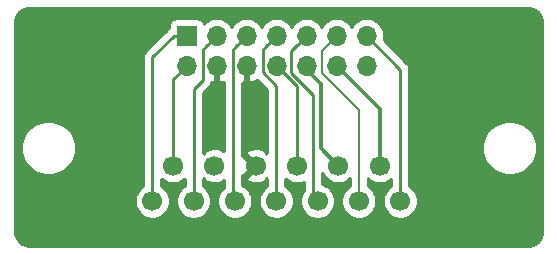
<source format=gbr>
G04 #@! TF.GenerationSoftware,KiCad,Pcbnew,(5.1.4-0-10_14)*
G04 #@! TF.CreationDate,2020-01-20T15:07:35+01:00*
G04 #@! TF.ProjectId,SIOSocket,53494f53-6f63-46b6-9574-2e6b69636164,rev?*
G04 #@! TF.SameCoordinates,Original*
G04 #@! TF.FileFunction,Copper,L2,Bot*
G04 #@! TF.FilePolarity,Positive*
%FSLAX46Y46*%
G04 Gerber Fmt 4.6, Leading zero omitted, Abs format (unit mm)*
G04 Created by KiCad (PCBNEW (5.1.4-0-10_14)) date 2020-01-20 15:07:35*
%MOMM*%
%LPD*%
G04 APERTURE LIST*
%ADD10C,1.700000*%
%ADD11R,1.700000X1.700000*%
%ADD12O,1.700000X1.700000*%
%ADD13C,0.250000*%
%ADD14C,0.200000*%
%ADD15C,0.350000*%
%ADD16C,0.254000*%
G04 APERTURE END LIST*
D10*
X139050000Y-97500000D03*
X142550000Y-97500000D03*
X146050000Y-97500000D03*
X149550000Y-97500000D03*
X153050000Y-97500000D03*
X156550000Y-97500000D03*
X137300000Y-100500000D03*
X140800000Y-100500000D03*
X144300000Y-100500000D03*
X147800000Y-100500000D03*
X151300000Y-100500000D03*
X154800000Y-100500000D03*
X158300000Y-100500000D03*
D11*
X140200000Y-86500000D03*
D12*
X140200000Y-89040000D03*
X142740000Y-86500000D03*
X142740000Y-89040000D03*
X145280000Y-86500000D03*
X145280000Y-89040000D03*
X147820000Y-86500000D03*
X147820000Y-89040000D03*
X150360000Y-86500000D03*
X150360000Y-89040000D03*
X152900000Y-86500000D03*
X152900000Y-89040000D03*
X155440000Y-86500000D03*
X155440000Y-89040000D03*
D13*
X139100000Y-86500000D02*
X140200000Y-86500000D01*
X137300000Y-88300000D02*
X139100000Y-86500000D01*
X137300000Y-100500000D02*
X137300000Y-88300000D01*
X139050000Y-90190000D02*
X140200000Y-89040000D01*
X139050000Y-97500000D02*
X139050000Y-90190000D01*
X141564999Y-90285001D02*
X141564999Y-87675001D01*
X140800000Y-91050000D02*
X141564999Y-90285001D01*
X141890001Y-87349999D02*
X142740000Y-86500000D01*
X141564999Y-87675001D02*
X141890001Y-87349999D01*
X140800000Y-100500000D02*
X140800000Y-91050000D01*
X144430001Y-87349999D02*
X145280000Y-86500000D01*
X144104999Y-87675001D02*
X144430001Y-87349999D01*
X144104999Y-100304999D02*
X144104999Y-87675001D01*
X144300000Y-100500000D02*
X144104999Y-100304999D01*
X146970001Y-87349999D02*
X147820000Y-86500000D01*
X146644999Y-87675001D02*
X146970001Y-87349999D01*
X146644999Y-89604001D02*
X146644999Y-87675001D01*
X147800000Y-90759002D02*
X146644999Y-89604001D01*
X147800000Y-100500000D02*
X147800000Y-90759002D01*
X149550000Y-90770000D02*
X147820000Y-89040000D01*
X149550000Y-97500000D02*
X149550000Y-90770000D01*
X149510001Y-87349999D02*
X150360000Y-86500000D01*
X149084999Y-89652001D02*
X149084999Y-87775001D01*
X151300000Y-100500000D02*
X150950000Y-100150000D01*
X150950000Y-100150000D02*
X150950000Y-91517002D01*
X149084999Y-87775001D02*
X149510001Y-87349999D01*
X150950000Y-91517002D02*
X149084999Y-89652001D01*
D14*
X154800000Y-100500000D02*
X154800000Y-92951000D01*
X151649999Y-89640001D02*
X154800000Y-92790002D01*
X151649999Y-87750001D02*
X151649999Y-89640001D01*
X154800000Y-92790002D02*
X154800000Y-93000000D01*
X152900000Y-86500000D02*
X151649999Y-87750001D01*
D13*
X158300000Y-89360000D02*
X158300000Y-100500000D01*
X155440000Y-86500000D02*
X158300000Y-89360000D01*
D15*
X150360000Y-89410000D02*
X150360000Y-89040000D01*
X153050000Y-97500000D02*
X151550000Y-96000000D01*
X151550000Y-90600000D02*
X150360000Y-89410000D01*
X151550000Y-96000000D02*
X151550000Y-90600000D01*
X156550000Y-92690000D02*
X152900000Y-89040000D01*
X156550000Y-97500000D02*
X156550000Y-92690000D01*
D16*
G36*
X169259659Y-84138625D02*
G01*
X169509429Y-84214035D01*
X169739792Y-84336522D01*
X169941980Y-84501422D01*
X170108286Y-84702450D01*
X170232378Y-84931954D01*
X170309531Y-85181195D01*
X170340000Y-85471089D01*
X170340001Y-99967581D01*
X170340000Y-102967721D01*
X170311375Y-103259660D01*
X170235965Y-103509429D01*
X170113477Y-103739794D01*
X169948579Y-103941979D01*
X169747546Y-104108288D01*
X169518046Y-104232378D01*
X169268805Y-104309531D01*
X168978911Y-104340000D01*
X127032279Y-104340000D01*
X126740340Y-104311375D01*
X126490571Y-104235965D01*
X126260206Y-104113477D01*
X126058021Y-103948579D01*
X125891712Y-103747546D01*
X125767622Y-103518046D01*
X125690469Y-103268805D01*
X125660000Y-102978911D01*
X125660000Y-100353740D01*
X135815000Y-100353740D01*
X135815000Y-100646260D01*
X135872068Y-100933158D01*
X135984010Y-101203411D01*
X136146525Y-101446632D01*
X136353368Y-101653475D01*
X136596589Y-101815990D01*
X136866842Y-101927932D01*
X137153740Y-101985000D01*
X137446260Y-101985000D01*
X137733158Y-101927932D01*
X138003411Y-101815990D01*
X138246632Y-101653475D01*
X138453475Y-101446632D01*
X138615990Y-101203411D01*
X138727932Y-100933158D01*
X138785000Y-100646260D01*
X138785000Y-100353740D01*
X138727932Y-100066842D01*
X138615990Y-99796589D01*
X138453475Y-99553368D01*
X138246632Y-99346525D01*
X138060000Y-99221822D01*
X138060000Y-98610107D01*
X138103368Y-98653475D01*
X138346589Y-98815990D01*
X138616842Y-98927932D01*
X138903740Y-98985000D01*
X139196260Y-98985000D01*
X139483158Y-98927932D01*
X139753411Y-98815990D01*
X139996632Y-98653475D01*
X140040000Y-98610107D01*
X140040000Y-99221821D01*
X139853368Y-99346525D01*
X139646525Y-99553368D01*
X139484010Y-99796589D01*
X139372068Y-100066842D01*
X139315000Y-100353740D01*
X139315000Y-100646260D01*
X139372068Y-100933158D01*
X139484010Y-101203411D01*
X139646525Y-101446632D01*
X139853368Y-101653475D01*
X140096589Y-101815990D01*
X140366842Y-101927932D01*
X140653740Y-101985000D01*
X140946260Y-101985000D01*
X141233158Y-101927932D01*
X141503411Y-101815990D01*
X141746632Y-101653475D01*
X141953475Y-101446632D01*
X142115990Y-101203411D01*
X142227932Y-100933158D01*
X142285000Y-100646260D01*
X142285000Y-100353740D01*
X142227932Y-100066842D01*
X142115990Y-99796589D01*
X141953475Y-99553368D01*
X141746632Y-99346525D01*
X141560000Y-99221822D01*
X141560000Y-98619400D01*
X141585104Y-98644504D01*
X141701209Y-98528399D01*
X141778843Y-98777472D01*
X142042883Y-98903371D01*
X142326411Y-98975339D01*
X142618531Y-98990611D01*
X142908019Y-98948599D01*
X143183747Y-98850919D01*
X143321157Y-98777472D01*
X143344999Y-98700980D01*
X143344999Y-99354894D01*
X143146525Y-99553368D01*
X142984010Y-99796589D01*
X142872068Y-100066842D01*
X142815000Y-100353740D01*
X142815000Y-100646260D01*
X142872068Y-100933158D01*
X142984010Y-101203411D01*
X143146525Y-101446632D01*
X143353368Y-101653475D01*
X143596589Y-101815990D01*
X143866842Y-101927932D01*
X144153740Y-101985000D01*
X144446260Y-101985000D01*
X144733158Y-101927932D01*
X145003411Y-101815990D01*
X145246632Y-101653475D01*
X145453475Y-101446632D01*
X145615990Y-101203411D01*
X145727932Y-100933158D01*
X145785000Y-100646260D01*
X145785000Y-100353740D01*
X145727932Y-100066842D01*
X145615990Y-99796589D01*
X145453475Y-99553368D01*
X145246632Y-99346525D01*
X145003411Y-99184010D01*
X144864999Y-99126678D01*
X144864999Y-98299980D01*
X145021603Y-98348792D01*
X145870395Y-97500000D01*
X145021603Y-96651208D01*
X144864999Y-96700020D01*
X144864999Y-90463850D01*
X144923110Y-90481476D01*
X145153000Y-90360155D01*
X145153000Y-89167000D01*
X145133000Y-89167000D01*
X145133000Y-88913000D01*
X145153000Y-88913000D01*
X145153000Y-88893000D01*
X145407000Y-88893000D01*
X145407000Y-88913000D01*
X145427000Y-88913000D01*
X145427000Y-89167000D01*
X145407000Y-89167000D01*
X145407000Y-90360155D01*
X145636890Y-90481476D01*
X145784099Y-90436825D01*
X146046920Y-90311641D01*
X146179184Y-90212987D01*
X147040001Y-91073805D01*
X147040000Y-96380600D01*
X147014896Y-96355496D01*
X146898791Y-96471601D01*
X146821157Y-96222528D01*
X146557117Y-96096629D01*
X146273589Y-96024661D01*
X145981469Y-96009389D01*
X145691981Y-96051401D01*
X145416253Y-96149081D01*
X145278843Y-96222528D01*
X145201208Y-96471603D01*
X146050000Y-97320395D01*
X146064143Y-97306253D01*
X146243748Y-97485858D01*
X146229605Y-97500000D01*
X146243748Y-97514143D01*
X146064143Y-97693748D01*
X146050000Y-97679605D01*
X145201208Y-98528397D01*
X145278843Y-98777472D01*
X145542883Y-98903371D01*
X145826411Y-98975339D01*
X146118531Y-98990611D01*
X146408019Y-98948599D01*
X146683747Y-98850919D01*
X146821157Y-98777472D01*
X146898791Y-98528399D01*
X147014896Y-98644504D01*
X147040000Y-98619400D01*
X147040000Y-99221821D01*
X146853368Y-99346525D01*
X146646525Y-99553368D01*
X146484010Y-99796589D01*
X146372068Y-100066842D01*
X146315000Y-100353740D01*
X146315000Y-100646260D01*
X146372068Y-100933158D01*
X146484010Y-101203411D01*
X146646525Y-101446632D01*
X146853368Y-101653475D01*
X147096589Y-101815990D01*
X147366842Y-101927932D01*
X147653740Y-101985000D01*
X147946260Y-101985000D01*
X148233158Y-101927932D01*
X148503411Y-101815990D01*
X148746632Y-101653475D01*
X148953475Y-101446632D01*
X149115990Y-101203411D01*
X149227932Y-100933158D01*
X149285000Y-100646260D01*
X149285000Y-100353740D01*
X149227932Y-100066842D01*
X149115990Y-99796589D01*
X148953475Y-99553368D01*
X148746632Y-99346525D01*
X148560000Y-99221822D01*
X148560000Y-98610107D01*
X148603368Y-98653475D01*
X148846589Y-98815990D01*
X149116842Y-98927932D01*
X149403740Y-98985000D01*
X149696260Y-98985000D01*
X149983158Y-98927932D01*
X150190000Y-98842256D01*
X150190000Y-99509893D01*
X150146525Y-99553368D01*
X149984010Y-99796589D01*
X149872068Y-100066842D01*
X149815000Y-100353740D01*
X149815000Y-100646260D01*
X149872068Y-100933158D01*
X149984010Y-101203411D01*
X150146525Y-101446632D01*
X150353368Y-101653475D01*
X150596589Y-101815990D01*
X150866842Y-101927932D01*
X151153740Y-101985000D01*
X151446260Y-101985000D01*
X151733158Y-101927932D01*
X152003411Y-101815990D01*
X152246632Y-101653475D01*
X152453475Y-101446632D01*
X152615990Y-101203411D01*
X152727932Y-100933158D01*
X152785000Y-100646260D01*
X152785000Y-100353740D01*
X152727932Y-100066842D01*
X152615990Y-99796589D01*
X152453475Y-99553368D01*
X152246632Y-99346525D01*
X152003411Y-99184010D01*
X151733158Y-99072068D01*
X151710000Y-99067462D01*
X151710000Y-98145445D01*
X151734010Y-98203411D01*
X151896525Y-98446632D01*
X152103368Y-98653475D01*
X152346589Y-98815990D01*
X152616842Y-98927932D01*
X152903740Y-98985000D01*
X153196260Y-98985000D01*
X153483158Y-98927932D01*
X153753411Y-98815990D01*
X153996632Y-98653475D01*
X154065000Y-98585107D01*
X154065000Y-99205117D01*
X153853368Y-99346525D01*
X153646525Y-99553368D01*
X153484010Y-99796589D01*
X153372068Y-100066842D01*
X153315000Y-100353740D01*
X153315000Y-100646260D01*
X153372068Y-100933158D01*
X153484010Y-101203411D01*
X153646525Y-101446632D01*
X153853368Y-101653475D01*
X154096589Y-101815990D01*
X154366842Y-101927932D01*
X154653740Y-101985000D01*
X154946260Y-101985000D01*
X155233158Y-101927932D01*
X155503411Y-101815990D01*
X155746632Y-101653475D01*
X155953475Y-101446632D01*
X156115990Y-101203411D01*
X156227932Y-100933158D01*
X156285000Y-100646260D01*
X156285000Y-100353740D01*
X156227932Y-100066842D01*
X156115990Y-99796589D01*
X155953475Y-99553368D01*
X155746632Y-99346525D01*
X155535000Y-99205117D01*
X155535000Y-98585107D01*
X155603368Y-98653475D01*
X155846589Y-98815990D01*
X156116842Y-98927932D01*
X156403740Y-98985000D01*
X156696260Y-98985000D01*
X156983158Y-98927932D01*
X157253411Y-98815990D01*
X157496632Y-98653475D01*
X157540001Y-98610106D01*
X157540001Y-99221821D01*
X157353368Y-99346525D01*
X157146525Y-99553368D01*
X156984010Y-99796589D01*
X156872068Y-100066842D01*
X156815000Y-100353740D01*
X156815000Y-100646260D01*
X156872068Y-100933158D01*
X156984010Y-101203411D01*
X157146525Y-101446632D01*
X157353368Y-101653475D01*
X157596589Y-101815990D01*
X157866842Y-101927932D01*
X158153740Y-101985000D01*
X158446260Y-101985000D01*
X158733158Y-101927932D01*
X159003411Y-101815990D01*
X159246632Y-101653475D01*
X159453475Y-101446632D01*
X159615990Y-101203411D01*
X159727932Y-100933158D01*
X159785000Y-100646260D01*
X159785000Y-100353740D01*
X159727932Y-100066842D01*
X159615990Y-99796589D01*
X159453475Y-99553368D01*
X159246632Y-99346525D01*
X159060000Y-99221822D01*
X159060000Y-95771620D01*
X165231220Y-95771620D01*
X165231220Y-96228380D01*
X165320329Y-96676363D01*
X165495123Y-97098354D01*
X165748886Y-97478136D01*
X166071864Y-97801114D01*
X166451646Y-98054877D01*
X166873637Y-98229671D01*
X167321620Y-98318780D01*
X167778380Y-98318780D01*
X168226363Y-98229671D01*
X168648354Y-98054877D01*
X169028136Y-97801114D01*
X169351114Y-97478136D01*
X169604877Y-97098354D01*
X169779671Y-96676363D01*
X169868780Y-96228380D01*
X169868780Y-95771620D01*
X169779671Y-95323637D01*
X169604877Y-94901646D01*
X169351114Y-94521864D01*
X169028136Y-94198886D01*
X168648354Y-93945123D01*
X168226363Y-93770329D01*
X167778380Y-93681220D01*
X167321620Y-93681220D01*
X166873637Y-93770329D01*
X166451646Y-93945123D01*
X166071864Y-94198886D01*
X165748886Y-94521864D01*
X165495123Y-94901646D01*
X165320329Y-95323637D01*
X165231220Y-95771620D01*
X159060000Y-95771620D01*
X159060000Y-89397325D01*
X159063676Y-89360000D01*
X159060000Y-89322675D01*
X159060000Y-89322667D01*
X159049003Y-89211014D01*
X159005546Y-89067753D01*
X158934974Y-88935724D01*
X158840001Y-88819999D01*
X158811004Y-88796202D01*
X156880797Y-86865996D01*
X156903513Y-86791111D01*
X156932185Y-86500000D01*
X156903513Y-86208889D01*
X156818599Y-85928966D01*
X156680706Y-85670986D01*
X156495134Y-85444866D01*
X156269014Y-85259294D01*
X156011034Y-85121401D01*
X155731111Y-85036487D01*
X155512950Y-85015000D01*
X155367050Y-85015000D01*
X155148889Y-85036487D01*
X154868966Y-85121401D01*
X154610986Y-85259294D01*
X154384866Y-85444866D01*
X154199294Y-85670986D01*
X154170000Y-85725791D01*
X154140706Y-85670986D01*
X153955134Y-85444866D01*
X153729014Y-85259294D01*
X153471034Y-85121401D01*
X153191111Y-85036487D01*
X152972950Y-85015000D01*
X152827050Y-85015000D01*
X152608889Y-85036487D01*
X152328966Y-85121401D01*
X152070986Y-85259294D01*
X151844866Y-85444866D01*
X151659294Y-85670986D01*
X151630000Y-85725791D01*
X151600706Y-85670986D01*
X151415134Y-85444866D01*
X151189014Y-85259294D01*
X150931034Y-85121401D01*
X150651111Y-85036487D01*
X150432950Y-85015000D01*
X150287050Y-85015000D01*
X150068889Y-85036487D01*
X149788966Y-85121401D01*
X149530986Y-85259294D01*
X149304866Y-85444866D01*
X149119294Y-85670986D01*
X149090000Y-85725791D01*
X149060706Y-85670986D01*
X148875134Y-85444866D01*
X148649014Y-85259294D01*
X148391034Y-85121401D01*
X148111111Y-85036487D01*
X147892950Y-85015000D01*
X147747050Y-85015000D01*
X147528889Y-85036487D01*
X147248966Y-85121401D01*
X146990986Y-85259294D01*
X146764866Y-85444866D01*
X146579294Y-85670986D01*
X146550000Y-85725791D01*
X146520706Y-85670986D01*
X146335134Y-85444866D01*
X146109014Y-85259294D01*
X145851034Y-85121401D01*
X145571111Y-85036487D01*
X145352950Y-85015000D01*
X145207050Y-85015000D01*
X144988889Y-85036487D01*
X144708966Y-85121401D01*
X144450986Y-85259294D01*
X144224866Y-85444866D01*
X144039294Y-85670986D01*
X144010000Y-85725791D01*
X143980706Y-85670986D01*
X143795134Y-85444866D01*
X143569014Y-85259294D01*
X143311034Y-85121401D01*
X143031111Y-85036487D01*
X142812950Y-85015000D01*
X142667050Y-85015000D01*
X142448889Y-85036487D01*
X142168966Y-85121401D01*
X141910986Y-85259294D01*
X141684866Y-85444866D01*
X141660393Y-85474687D01*
X141639502Y-85405820D01*
X141580537Y-85295506D01*
X141501185Y-85198815D01*
X141404494Y-85119463D01*
X141294180Y-85060498D01*
X141174482Y-85024188D01*
X141050000Y-85011928D01*
X139350000Y-85011928D01*
X139225518Y-85024188D01*
X139105820Y-85060498D01*
X138995506Y-85119463D01*
X138898815Y-85198815D01*
X138819463Y-85295506D01*
X138760498Y-85405820D01*
X138724188Y-85525518D01*
X138711928Y-85650000D01*
X138711928Y-85845674D01*
X138675724Y-85865026D01*
X138675722Y-85865027D01*
X138675723Y-85865027D01*
X138588996Y-85936201D01*
X138588992Y-85936205D01*
X138559999Y-85959999D01*
X138536205Y-85988992D01*
X136788998Y-87736201D01*
X136760000Y-87759999D01*
X136736202Y-87788997D01*
X136736201Y-87788998D01*
X136665026Y-87875724D01*
X136594454Y-88007754D01*
X136576408Y-88067247D01*
X136550998Y-88151014D01*
X136542352Y-88238800D01*
X136536324Y-88300000D01*
X136540001Y-88337332D01*
X136540000Y-99221821D01*
X136353368Y-99346525D01*
X136146525Y-99553368D01*
X135984010Y-99796589D01*
X135872068Y-100066842D01*
X135815000Y-100353740D01*
X125660000Y-100353740D01*
X125660000Y-95771620D01*
X126181220Y-95771620D01*
X126181220Y-96228380D01*
X126270329Y-96676363D01*
X126445123Y-97098354D01*
X126698886Y-97478136D01*
X127021864Y-97801114D01*
X127401646Y-98054877D01*
X127823637Y-98229671D01*
X128271620Y-98318780D01*
X128728380Y-98318780D01*
X129176363Y-98229671D01*
X129598354Y-98054877D01*
X129978136Y-97801114D01*
X130301114Y-97478136D01*
X130554877Y-97098354D01*
X130729671Y-96676363D01*
X130818780Y-96228380D01*
X130818780Y-95771620D01*
X130729671Y-95323637D01*
X130554877Y-94901646D01*
X130301114Y-94521864D01*
X129978136Y-94198886D01*
X129598354Y-93945123D01*
X129176363Y-93770329D01*
X128728380Y-93681220D01*
X128271620Y-93681220D01*
X127823637Y-93770329D01*
X127401646Y-93945123D01*
X127021864Y-94198886D01*
X126698886Y-94521864D01*
X126445123Y-94901646D01*
X126270329Y-95323637D01*
X126181220Y-95771620D01*
X125660000Y-95771620D01*
X125660000Y-85482279D01*
X125688625Y-85190341D01*
X125764035Y-84940571D01*
X125886522Y-84710208D01*
X126051422Y-84508020D01*
X126252450Y-84341714D01*
X126481954Y-84217622D01*
X126731195Y-84140469D01*
X126859344Y-84127000D01*
X169141099Y-84127000D01*
X169259659Y-84138625D01*
X169259659Y-84138625D01*
G37*
X169259659Y-84138625D02*
X169509429Y-84214035D01*
X169739792Y-84336522D01*
X169941980Y-84501422D01*
X170108286Y-84702450D01*
X170232378Y-84931954D01*
X170309531Y-85181195D01*
X170340000Y-85471089D01*
X170340001Y-99967581D01*
X170340000Y-102967721D01*
X170311375Y-103259660D01*
X170235965Y-103509429D01*
X170113477Y-103739794D01*
X169948579Y-103941979D01*
X169747546Y-104108288D01*
X169518046Y-104232378D01*
X169268805Y-104309531D01*
X168978911Y-104340000D01*
X127032279Y-104340000D01*
X126740340Y-104311375D01*
X126490571Y-104235965D01*
X126260206Y-104113477D01*
X126058021Y-103948579D01*
X125891712Y-103747546D01*
X125767622Y-103518046D01*
X125690469Y-103268805D01*
X125660000Y-102978911D01*
X125660000Y-100353740D01*
X135815000Y-100353740D01*
X135815000Y-100646260D01*
X135872068Y-100933158D01*
X135984010Y-101203411D01*
X136146525Y-101446632D01*
X136353368Y-101653475D01*
X136596589Y-101815990D01*
X136866842Y-101927932D01*
X137153740Y-101985000D01*
X137446260Y-101985000D01*
X137733158Y-101927932D01*
X138003411Y-101815990D01*
X138246632Y-101653475D01*
X138453475Y-101446632D01*
X138615990Y-101203411D01*
X138727932Y-100933158D01*
X138785000Y-100646260D01*
X138785000Y-100353740D01*
X138727932Y-100066842D01*
X138615990Y-99796589D01*
X138453475Y-99553368D01*
X138246632Y-99346525D01*
X138060000Y-99221822D01*
X138060000Y-98610107D01*
X138103368Y-98653475D01*
X138346589Y-98815990D01*
X138616842Y-98927932D01*
X138903740Y-98985000D01*
X139196260Y-98985000D01*
X139483158Y-98927932D01*
X139753411Y-98815990D01*
X139996632Y-98653475D01*
X140040000Y-98610107D01*
X140040000Y-99221821D01*
X139853368Y-99346525D01*
X139646525Y-99553368D01*
X139484010Y-99796589D01*
X139372068Y-100066842D01*
X139315000Y-100353740D01*
X139315000Y-100646260D01*
X139372068Y-100933158D01*
X139484010Y-101203411D01*
X139646525Y-101446632D01*
X139853368Y-101653475D01*
X140096589Y-101815990D01*
X140366842Y-101927932D01*
X140653740Y-101985000D01*
X140946260Y-101985000D01*
X141233158Y-101927932D01*
X141503411Y-101815990D01*
X141746632Y-101653475D01*
X141953475Y-101446632D01*
X142115990Y-101203411D01*
X142227932Y-100933158D01*
X142285000Y-100646260D01*
X142285000Y-100353740D01*
X142227932Y-100066842D01*
X142115990Y-99796589D01*
X141953475Y-99553368D01*
X141746632Y-99346525D01*
X141560000Y-99221822D01*
X141560000Y-98619400D01*
X141585104Y-98644504D01*
X141701209Y-98528399D01*
X141778843Y-98777472D01*
X142042883Y-98903371D01*
X142326411Y-98975339D01*
X142618531Y-98990611D01*
X142908019Y-98948599D01*
X143183747Y-98850919D01*
X143321157Y-98777472D01*
X143344999Y-98700980D01*
X143344999Y-99354894D01*
X143146525Y-99553368D01*
X142984010Y-99796589D01*
X142872068Y-100066842D01*
X142815000Y-100353740D01*
X142815000Y-100646260D01*
X142872068Y-100933158D01*
X142984010Y-101203411D01*
X143146525Y-101446632D01*
X143353368Y-101653475D01*
X143596589Y-101815990D01*
X143866842Y-101927932D01*
X144153740Y-101985000D01*
X144446260Y-101985000D01*
X144733158Y-101927932D01*
X145003411Y-101815990D01*
X145246632Y-101653475D01*
X145453475Y-101446632D01*
X145615990Y-101203411D01*
X145727932Y-100933158D01*
X145785000Y-100646260D01*
X145785000Y-100353740D01*
X145727932Y-100066842D01*
X145615990Y-99796589D01*
X145453475Y-99553368D01*
X145246632Y-99346525D01*
X145003411Y-99184010D01*
X144864999Y-99126678D01*
X144864999Y-98299980D01*
X145021603Y-98348792D01*
X145870395Y-97500000D01*
X145021603Y-96651208D01*
X144864999Y-96700020D01*
X144864999Y-90463850D01*
X144923110Y-90481476D01*
X145153000Y-90360155D01*
X145153000Y-89167000D01*
X145133000Y-89167000D01*
X145133000Y-88913000D01*
X145153000Y-88913000D01*
X145153000Y-88893000D01*
X145407000Y-88893000D01*
X145407000Y-88913000D01*
X145427000Y-88913000D01*
X145427000Y-89167000D01*
X145407000Y-89167000D01*
X145407000Y-90360155D01*
X145636890Y-90481476D01*
X145784099Y-90436825D01*
X146046920Y-90311641D01*
X146179184Y-90212987D01*
X147040001Y-91073805D01*
X147040000Y-96380600D01*
X147014896Y-96355496D01*
X146898791Y-96471601D01*
X146821157Y-96222528D01*
X146557117Y-96096629D01*
X146273589Y-96024661D01*
X145981469Y-96009389D01*
X145691981Y-96051401D01*
X145416253Y-96149081D01*
X145278843Y-96222528D01*
X145201208Y-96471603D01*
X146050000Y-97320395D01*
X146064143Y-97306253D01*
X146243748Y-97485858D01*
X146229605Y-97500000D01*
X146243748Y-97514143D01*
X146064143Y-97693748D01*
X146050000Y-97679605D01*
X145201208Y-98528397D01*
X145278843Y-98777472D01*
X145542883Y-98903371D01*
X145826411Y-98975339D01*
X146118531Y-98990611D01*
X146408019Y-98948599D01*
X146683747Y-98850919D01*
X146821157Y-98777472D01*
X146898791Y-98528399D01*
X147014896Y-98644504D01*
X147040000Y-98619400D01*
X147040000Y-99221821D01*
X146853368Y-99346525D01*
X146646525Y-99553368D01*
X146484010Y-99796589D01*
X146372068Y-100066842D01*
X146315000Y-100353740D01*
X146315000Y-100646260D01*
X146372068Y-100933158D01*
X146484010Y-101203411D01*
X146646525Y-101446632D01*
X146853368Y-101653475D01*
X147096589Y-101815990D01*
X147366842Y-101927932D01*
X147653740Y-101985000D01*
X147946260Y-101985000D01*
X148233158Y-101927932D01*
X148503411Y-101815990D01*
X148746632Y-101653475D01*
X148953475Y-101446632D01*
X149115990Y-101203411D01*
X149227932Y-100933158D01*
X149285000Y-100646260D01*
X149285000Y-100353740D01*
X149227932Y-100066842D01*
X149115990Y-99796589D01*
X148953475Y-99553368D01*
X148746632Y-99346525D01*
X148560000Y-99221822D01*
X148560000Y-98610107D01*
X148603368Y-98653475D01*
X148846589Y-98815990D01*
X149116842Y-98927932D01*
X149403740Y-98985000D01*
X149696260Y-98985000D01*
X149983158Y-98927932D01*
X150190000Y-98842256D01*
X150190000Y-99509893D01*
X150146525Y-99553368D01*
X149984010Y-99796589D01*
X149872068Y-100066842D01*
X149815000Y-100353740D01*
X149815000Y-100646260D01*
X149872068Y-100933158D01*
X149984010Y-101203411D01*
X150146525Y-101446632D01*
X150353368Y-101653475D01*
X150596589Y-101815990D01*
X150866842Y-101927932D01*
X151153740Y-101985000D01*
X151446260Y-101985000D01*
X151733158Y-101927932D01*
X152003411Y-101815990D01*
X152246632Y-101653475D01*
X152453475Y-101446632D01*
X152615990Y-101203411D01*
X152727932Y-100933158D01*
X152785000Y-100646260D01*
X152785000Y-100353740D01*
X152727932Y-100066842D01*
X152615990Y-99796589D01*
X152453475Y-99553368D01*
X152246632Y-99346525D01*
X152003411Y-99184010D01*
X151733158Y-99072068D01*
X151710000Y-99067462D01*
X151710000Y-98145445D01*
X151734010Y-98203411D01*
X151896525Y-98446632D01*
X152103368Y-98653475D01*
X152346589Y-98815990D01*
X152616842Y-98927932D01*
X152903740Y-98985000D01*
X153196260Y-98985000D01*
X153483158Y-98927932D01*
X153753411Y-98815990D01*
X153996632Y-98653475D01*
X154065000Y-98585107D01*
X154065000Y-99205117D01*
X153853368Y-99346525D01*
X153646525Y-99553368D01*
X153484010Y-99796589D01*
X153372068Y-100066842D01*
X153315000Y-100353740D01*
X153315000Y-100646260D01*
X153372068Y-100933158D01*
X153484010Y-101203411D01*
X153646525Y-101446632D01*
X153853368Y-101653475D01*
X154096589Y-101815990D01*
X154366842Y-101927932D01*
X154653740Y-101985000D01*
X154946260Y-101985000D01*
X155233158Y-101927932D01*
X155503411Y-101815990D01*
X155746632Y-101653475D01*
X155953475Y-101446632D01*
X156115990Y-101203411D01*
X156227932Y-100933158D01*
X156285000Y-100646260D01*
X156285000Y-100353740D01*
X156227932Y-100066842D01*
X156115990Y-99796589D01*
X155953475Y-99553368D01*
X155746632Y-99346525D01*
X155535000Y-99205117D01*
X155535000Y-98585107D01*
X155603368Y-98653475D01*
X155846589Y-98815990D01*
X156116842Y-98927932D01*
X156403740Y-98985000D01*
X156696260Y-98985000D01*
X156983158Y-98927932D01*
X157253411Y-98815990D01*
X157496632Y-98653475D01*
X157540001Y-98610106D01*
X157540001Y-99221821D01*
X157353368Y-99346525D01*
X157146525Y-99553368D01*
X156984010Y-99796589D01*
X156872068Y-100066842D01*
X156815000Y-100353740D01*
X156815000Y-100646260D01*
X156872068Y-100933158D01*
X156984010Y-101203411D01*
X157146525Y-101446632D01*
X157353368Y-101653475D01*
X157596589Y-101815990D01*
X157866842Y-101927932D01*
X158153740Y-101985000D01*
X158446260Y-101985000D01*
X158733158Y-101927932D01*
X159003411Y-101815990D01*
X159246632Y-101653475D01*
X159453475Y-101446632D01*
X159615990Y-101203411D01*
X159727932Y-100933158D01*
X159785000Y-100646260D01*
X159785000Y-100353740D01*
X159727932Y-100066842D01*
X159615990Y-99796589D01*
X159453475Y-99553368D01*
X159246632Y-99346525D01*
X159060000Y-99221822D01*
X159060000Y-95771620D01*
X165231220Y-95771620D01*
X165231220Y-96228380D01*
X165320329Y-96676363D01*
X165495123Y-97098354D01*
X165748886Y-97478136D01*
X166071864Y-97801114D01*
X166451646Y-98054877D01*
X166873637Y-98229671D01*
X167321620Y-98318780D01*
X167778380Y-98318780D01*
X168226363Y-98229671D01*
X168648354Y-98054877D01*
X169028136Y-97801114D01*
X169351114Y-97478136D01*
X169604877Y-97098354D01*
X169779671Y-96676363D01*
X169868780Y-96228380D01*
X169868780Y-95771620D01*
X169779671Y-95323637D01*
X169604877Y-94901646D01*
X169351114Y-94521864D01*
X169028136Y-94198886D01*
X168648354Y-93945123D01*
X168226363Y-93770329D01*
X167778380Y-93681220D01*
X167321620Y-93681220D01*
X166873637Y-93770329D01*
X166451646Y-93945123D01*
X166071864Y-94198886D01*
X165748886Y-94521864D01*
X165495123Y-94901646D01*
X165320329Y-95323637D01*
X165231220Y-95771620D01*
X159060000Y-95771620D01*
X159060000Y-89397325D01*
X159063676Y-89360000D01*
X159060000Y-89322675D01*
X159060000Y-89322667D01*
X159049003Y-89211014D01*
X159005546Y-89067753D01*
X158934974Y-88935724D01*
X158840001Y-88819999D01*
X158811004Y-88796202D01*
X156880797Y-86865996D01*
X156903513Y-86791111D01*
X156932185Y-86500000D01*
X156903513Y-86208889D01*
X156818599Y-85928966D01*
X156680706Y-85670986D01*
X156495134Y-85444866D01*
X156269014Y-85259294D01*
X156011034Y-85121401D01*
X155731111Y-85036487D01*
X155512950Y-85015000D01*
X155367050Y-85015000D01*
X155148889Y-85036487D01*
X154868966Y-85121401D01*
X154610986Y-85259294D01*
X154384866Y-85444866D01*
X154199294Y-85670986D01*
X154170000Y-85725791D01*
X154140706Y-85670986D01*
X153955134Y-85444866D01*
X153729014Y-85259294D01*
X153471034Y-85121401D01*
X153191111Y-85036487D01*
X152972950Y-85015000D01*
X152827050Y-85015000D01*
X152608889Y-85036487D01*
X152328966Y-85121401D01*
X152070986Y-85259294D01*
X151844866Y-85444866D01*
X151659294Y-85670986D01*
X151630000Y-85725791D01*
X151600706Y-85670986D01*
X151415134Y-85444866D01*
X151189014Y-85259294D01*
X150931034Y-85121401D01*
X150651111Y-85036487D01*
X150432950Y-85015000D01*
X150287050Y-85015000D01*
X150068889Y-85036487D01*
X149788966Y-85121401D01*
X149530986Y-85259294D01*
X149304866Y-85444866D01*
X149119294Y-85670986D01*
X149090000Y-85725791D01*
X149060706Y-85670986D01*
X148875134Y-85444866D01*
X148649014Y-85259294D01*
X148391034Y-85121401D01*
X148111111Y-85036487D01*
X147892950Y-85015000D01*
X147747050Y-85015000D01*
X147528889Y-85036487D01*
X147248966Y-85121401D01*
X146990986Y-85259294D01*
X146764866Y-85444866D01*
X146579294Y-85670986D01*
X146550000Y-85725791D01*
X146520706Y-85670986D01*
X146335134Y-85444866D01*
X146109014Y-85259294D01*
X145851034Y-85121401D01*
X145571111Y-85036487D01*
X145352950Y-85015000D01*
X145207050Y-85015000D01*
X144988889Y-85036487D01*
X144708966Y-85121401D01*
X144450986Y-85259294D01*
X144224866Y-85444866D01*
X144039294Y-85670986D01*
X144010000Y-85725791D01*
X143980706Y-85670986D01*
X143795134Y-85444866D01*
X143569014Y-85259294D01*
X143311034Y-85121401D01*
X143031111Y-85036487D01*
X142812950Y-85015000D01*
X142667050Y-85015000D01*
X142448889Y-85036487D01*
X142168966Y-85121401D01*
X141910986Y-85259294D01*
X141684866Y-85444866D01*
X141660393Y-85474687D01*
X141639502Y-85405820D01*
X141580537Y-85295506D01*
X141501185Y-85198815D01*
X141404494Y-85119463D01*
X141294180Y-85060498D01*
X141174482Y-85024188D01*
X141050000Y-85011928D01*
X139350000Y-85011928D01*
X139225518Y-85024188D01*
X139105820Y-85060498D01*
X138995506Y-85119463D01*
X138898815Y-85198815D01*
X138819463Y-85295506D01*
X138760498Y-85405820D01*
X138724188Y-85525518D01*
X138711928Y-85650000D01*
X138711928Y-85845674D01*
X138675724Y-85865026D01*
X138675722Y-85865027D01*
X138675723Y-85865027D01*
X138588996Y-85936201D01*
X138588992Y-85936205D01*
X138559999Y-85959999D01*
X138536205Y-85988992D01*
X136788998Y-87736201D01*
X136760000Y-87759999D01*
X136736202Y-87788997D01*
X136736201Y-87788998D01*
X136665026Y-87875724D01*
X136594454Y-88007754D01*
X136576408Y-88067247D01*
X136550998Y-88151014D01*
X136542352Y-88238800D01*
X136536324Y-88300000D01*
X136540001Y-88337332D01*
X136540000Y-99221821D01*
X136353368Y-99346525D01*
X136146525Y-99553368D01*
X135984010Y-99796589D01*
X135872068Y-100066842D01*
X135815000Y-100353740D01*
X125660000Y-100353740D01*
X125660000Y-95771620D01*
X126181220Y-95771620D01*
X126181220Y-96228380D01*
X126270329Y-96676363D01*
X126445123Y-97098354D01*
X126698886Y-97478136D01*
X127021864Y-97801114D01*
X127401646Y-98054877D01*
X127823637Y-98229671D01*
X128271620Y-98318780D01*
X128728380Y-98318780D01*
X129176363Y-98229671D01*
X129598354Y-98054877D01*
X129978136Y-97801114D01*
X130301114Y-97478136D01*
X130554877Y-97098354D01*
X130729671Y-96676363D01*
X130818780Y-96228380D01*
X130818780Y-95771620D01*
X130729671Y-95323637D01*
X130554877Y-94901646D01*
X130301114Y-94521864D01*
X129978136Y-94198886D01*
X129598354Y-93945123D01*
X129176363Y-93770329D01*
X128728380Y-93681220D01*
X128271620Y-93681220D01*
X127823637Y-93770329D01*
X127401646Y-93945123D01*
X127021864Y-94198886D01*
X126698886Y-94521864D01*
X126445123Y-94901646D01*
X126270329Y-95323637D01*
X126181220Y-95771620D01*
X125660000Y-95771620D01*
X125660000Y-85482279D01*
X125688625Y-85190341D01*
X125764035Y-84940571D01*
X125886522Y-84710208D01*
X126051422Y-84508020D01*
X126252450Y-84341714D01*
X126481954Y-84217622D01*
X126731195Y-84140469D01*
X126859344Y-84127000D01*
X169141099Y-84127000D01*
X169259659Y-84138625D01*
G36*
X142743748Y-97485858D02*
G01*
X142729605Y-97500000D01*
X142743748Y-97514143D01*
X142564143Y-97693748D01*
X142550000Y-97679605D01*
X142535858Y-97693748D01*
X142356253Y-97514143D01*
X142370395Y-97500000D01*
X142356253Y-97485858D01*
X142535858Y-97306253D01*
X142550000Y-97320395D01*
X142564143Y-97306253D01*
X142743748Y-97485858D01*
X142743748Y-97485858D01*
G37*
X142743748Y-97485858D02*
X142729605Y-97500000D01*
X142743748Y-97514143D01*
X142564143Y-97693748D01*
X142550000Y-97679605D01*
X142535858Y-97693748D01*
X142356253Y-97514143D01*
X142370395Y-97500000D01*
X142356253Y-97485858D01*
X142535858Y-97306253D01*
X142550000Y-97320395D01*
X142564143Y-97306253D01*
X142743748Y-97485858D01*
G36*
X142867000Y-88913000D02*
G01*
X142887000Y-88913000D01*
X142887000Y-89167000D01*
X142867000Y-89167000D01*
X142867000Y-90360155D01*
X143096890Y-90481476D01*
X143244099Y-90436825D01*
X143345000Y-90388765D01*
X143344999Y-96299021D01*
X143321157Y-96222528D01*
X143057117Y-96096629D01*
X142773589Y-96024661D01*
X142481469Y-96009389D01*
X142191981Y-96051401D01*
X141916253Y-96149081D01*
X141778843Y-96222528D01*
X141701209Y-96471601D01*
X141585104Y-96355496D01*
X141560000Y-96380600D01*
X141560000Y-91364801D01*
X142076003Y-90848799D01*
X142105000Y-90825002D01*
X142159166Y-90759001D01*
X142199973Y-90709278D01*
X142270545Y-90577248D01*
X142290944Y-90509999D01*
X142306633Y-90458279D01*
X142383110Y-90481476D01*
X142613000Y-90360155D01*
X142613000Y-89167000D01*
X142593000Y-89167000D01*
X142593000Y-88913000D01*
X142613000Y-88913000D01*
X142613000Y-88893000D01*
X142867000Y-88893000D01*
X142867000Y-88913000D01*
X142867000Y-88913000D01*
G37*
X142867000Y-88913000D02*
X142887000Y-88913000D01*
X142887000Y-89167000D01*
X142867000Y-89167000D01*
X142867000Y-90360155D01*
X143096890Y-90481476D01*
X143244099Y-90436825D01*
X143345000Y-90388765D01*
X143344999Y-96299021D01*
X143321157Y-96222528D01*
X143057117Y-96096629D01*
X142773589Y-96024661D01*
X142481469Y-96009389D01*
X142191981Y-96051401D01*
X141916253Y-96149081D01*
X141778843Y-96222528D01*
X141701209Y-96471601D01*
X141585104Y-96355496D01*
X141560000Y-96380600D01*
X141560000Y-91364801D01*
X142076003Y-90848799D01*
X142105000Y-90825002D01*
X142159166Y-90759001D01*
X142199973Y-90709278D01*
X142270545Y-90577248D01*
X142290944Y-90509999D01*
X142306633Y-90458279D01*
X142383110Y-90481476D01*
X142613000Y-90360155D01*
X142613000Y-89167000D01*
X142593000Y-89167000D01*
X142593000Y-88913000D01*
X142613000Y-88913000D01*
X142613000Y-88893000D01*
X142867000Y-88893000D01*
X142867000Y-88913000D01*
M02*

</source>
